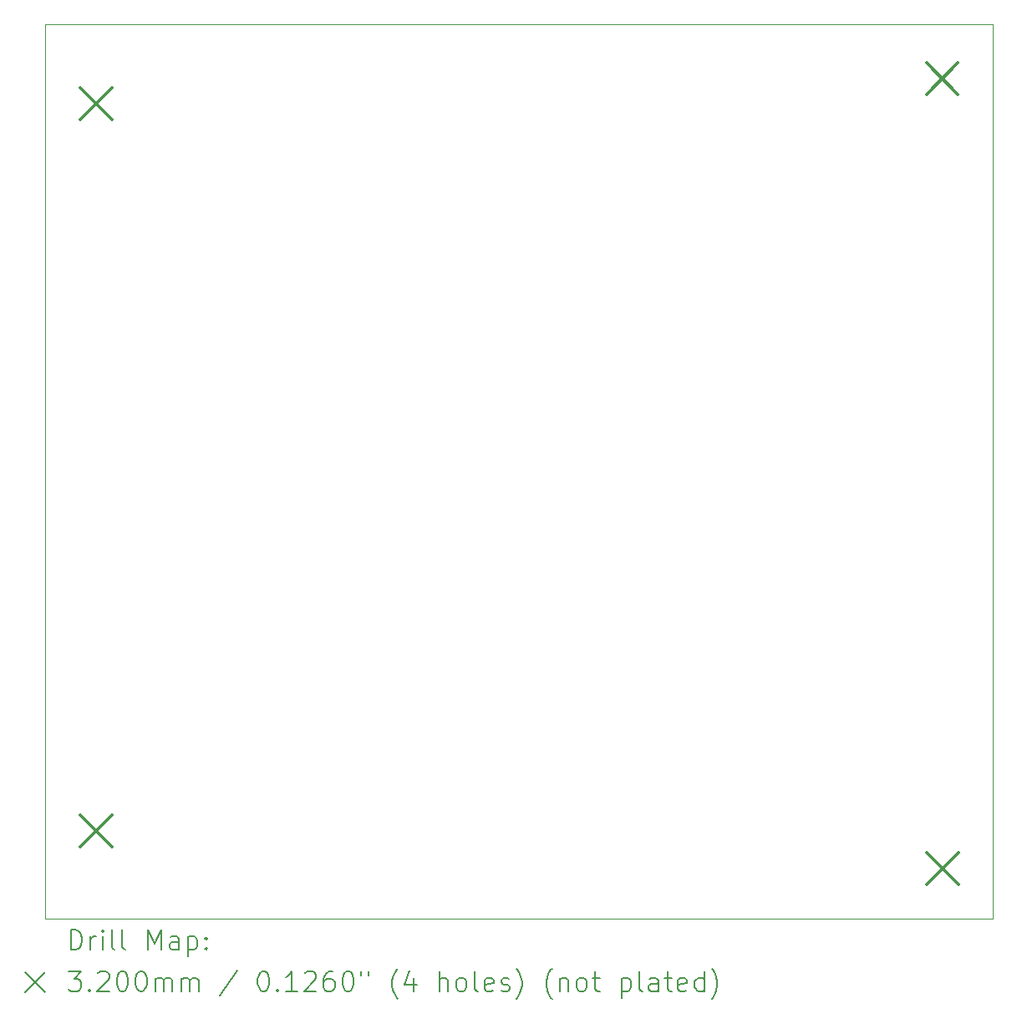
<source format=gbr>
%TF.GenerationSoftware,KiCad,Pcbnew,8.0.3*%
%TF.CreationDate,2024-06-12T06:30:55+01:00*%
%TF.ProjectId,VISIR_Lei_Ohm,56495349-525f-44c6-9569-5f4f686d2e6b,rev?*%
%TF.SameCoordinates,Original*%
%TF.FileFunction,Drillmap*%
%TF.FilePolarity,Positive*%
%FSLAX45Y45*%
G04 Gerber Fmt 4.5, Leading zero omitted, Abs format (unit mm)*
G04 Created by KiCad (PCBNEW 8.0.3) date 2024-06-12 06:30:55*
%MOMM*%
%LPD*%
G01*
G04 APERTURE LIST*
%ADD10C,0.050000*%
%ADD11C,0.200000*%
%ADD12C,0.320000*%
G04 APERTURE END LIST*
D10*
X12061000Y-3025000D02*
X21659000Y-3025000D01*
X21659000Y-12080000D01*
X12061000Y-12080000D01*
X12061000Y-3025000D01*
D11*
D12*
X12415000Y-3663000D02*
X12735000Y-3983000D01*
X12735000Y-3663000D02*
X12415000Y-3983000D01*
X12419000Y-11031000D02*
X12739000Y-11351000D01*
X12739000Y-11031000D02*
X12419000Y-11351000D01*
X20989000Y-3410000D02*
X21309000Y-3730000D01*
X21309000Y-3410000D02*
X20989000Y-3730000D01*
X20993000Y-11411000D02*
X21313000Y-11731000D01*
X21313000Y-11411000D02*
X20993000Y-11731000D01*
D11*
X12319277Y-12393984D02*
X12319277Y-12193984D01*
X12319277Y-12193984D02*
X12366896Y-12193984D01*
X12366896Y-12193984D02*
X12395467Y-12203508D01*
X12395467Y-12203508D02*
X12414515Y-12222555D01*
X12414515Y-12222555D02*
X12424039Y-12241603D01*
X12424039Y-12241603D02*
X12433562Y-12279698D01*
X12433562Y-12279698D02*
X12433562Y-12308269D01*
X12433562Y-12308269D02*
X12424039Y-12346365D01*
X12424039Y-12346365D02*
X12414515Y-12365412D01*
X12414515Y-12365412D02*
X12395467Y-12384460D01*
X12395467Y-12384460D02*
X12366896Y-12393984D01*
X12366896Y-12393984D02*
X12319277Y-12393984D01*
X12519277Y-12393984D02*
X12519277Y-12260650D01*
X12519277Y-12298746D02*
X12528801Y-12279698D01*
X12528801Y-12279698D02*
X12538324Y-12270174D01*
X12538324Y-12270174D02*
X12557372Y-12260650D01*
X12557372Y-12260650D02*
X12576420Y-12260650D01*
X12643086Y-12393984D02*
X12643086Y-12260650D01*
X12643086Y-12193984D02*
X12633562Y-12203508D01*
X12633562Y-12203508D02*
X12643086Y-12213031D01*
X12643086Y-12213031D02*
X12652610Y-12203508D01*
X12652610Y-12203508D02*
X12643086Y-12193984D01*
X12643086Y-12193984D02*
X12643086Y-12213031D01*
X12766896Y-12393984D02*
X12747848Y-12384460D01*
X12747848Y-12384460D02*
X12738324Y-12365412D01*
X12738324Y-12365412D02*
X12738324Y-12193984D01*
X12871658Y-12393984D02*
X12852610Y-12384460D01*
X12852610Y-12384460D02*
X12843086Y-12365412D01*
X12843086Y-12365412D02*
X12843086Y-12193984D01*
X13100229Y-12393984D02*
X13100229Y-12193984D01*
X13100229Y-12193984D02*
X13166896Y-12336841D01*
X13166896Y-12336841D02*
X13233562Y-12193984D01*
X13233562Y-12193984D02*
X13233562Y-12393984D01*
X13414515Y-12393984D02*
X13414515Y-12289222D01*
X13414515Y-12289222D02*
X13404991Y-12270174D01*
X13404991Y-12270174D02*
X13385943Y-12260650D01*
X13385943Y-12260650D02*
X13347848Y-12260650D01*
X13347848Y-12260650D02*
X13328801Y-12270174D01*
X13414515Y-12384460D02*
X13395467Y-12393984D01*
X13395467Y-12393984D02*
X13347848Y-12393984D01*
X13347848Y-12393984D02*
X13328801Y-12384460D01*
X13328801Y-12384460D02*
X13319277Y-12365412D01*
X13319277Y-12365412D02*
X13319277Y-12346365D01*
X13319277Y-12346365D02*
X13328801Y-12327317D01*
X13328801Y-12327317D02*
X13347848Y-12317793D01*
X13347848Y-12317793D02*
X13395467Y-12317793D01*
X13395467Y-12317793D02*
X13414515Y-12308269D01*
X13509753Y-12260650D02*
X13509753Y-12460650D01*
X13509753Y-12270174D02*
X13528801Y-12260650D01*
X13528801Y-12260650D02*
X13566896Y-12260650D01*
X13566896Y-12260650D02*
X13585943Y-12270174D01*
X13585943Y-12270174D02*
X13595467Y-12279698D01*
X13595467Y-12279698D02*
X13604991Y-12298746D01*
X13604991Y-12298746D02*
X13604991Y-12355888D01*
X13604991Y-12355888D02*
X13595467Y-12374936D01*
X13595467Y-12374936D02*
X13585943Y-12384460D01*
X13585943Y-12384460D02*
X13566896Y-12393984D01*
X13566896Y-12393984D02*
X13528801Y-12393984D01*
X13528801Y-12393984D02*
X13509753Y-12384460D01*
X13690705Y-12374936D02*
X13700229Y-12384460D01*
X13700229Y-12384460D02*
X13690705Y-12393984D01*
X13690705Y-12393984D02*
X13681182Y-12384460D01*
X13681182Y-12384460D02*
X13690705Y-12374936D01*
X13690705Y-12374936D02*
X13690705Y-12393984D01*
X13690705Y-12270174D02*
X13700229Y-12279698D01*
X13700229Y-12279698D02*
X13690705Y-12289222D01*
X13690705Y-12289222D02*
X13681182Y-12279698D01*
X13681182Y-12279698D02*
X13690705Y-12270174D01*
X13690705Y-12270174D02*
X13690705Y-12289222D01*
X11858500Y-12622500D02*
X12058500Y-12822500D01*
X12058500Y-12622500D02*
X11858500Y-12822500D01*
X12300229Y-12613984D02*
X12424039Y-12613984D01*
X12424039Y-12613984D02*
X12357372Y-12690174D01*
X12357372Y-12690174D02*
X12385943Y-12690174D01*
X12385943Y-12690174D02*
X12404991Y-12699698D01*
X12404991Y-12699698D02*
X12414515Y-12709222D01*
X12414515Y-12709222D02*
X12424039Y-12728269D01*
X12424039Y-12728269D02*
X12424039Y-12775888D01*
X12424039Y-12775888D02*
X12414515Y-12794936D01*
X12414515Y-12794936D02*
X12404991Y-12804460D01*
X12404991Y-12804460D02*
X12385943Y-12813984D01*
X12385943Y-12813984D02*
X12328801Y-12813984D01*
X12328801Y-12813984D02*
X12309753Y-12804460D01*
X12309753Y-12804460D02*
X12300229Y-12794936D01*
X12509753Y-12794936D02*
X12519277Y-12804460D01*
X12519277Y-12804460D02*
X12509753Y-12813984D01*
X12509753Y-12813984D02*
X12500229Y-12804460D01*
X12500229Y-12804460D02*
X12509753Y-12794936D01*
X12509753Y-12794936D02*
X12509753Y-12813984D01*
X12595467Y-12633031D02*
X12604991Y-12623508D01*
X12604991Y-12623508D02*
X12624039Y-12613984D01*
X12624039Y-12613984D02*
X12671658Y-12613984D01*
X12671658Y-12613984D02*
X12690705Y-12623508D01*
X12690705Y-12623508D02*
X12700229Y-12633031D01*
X12700229Y-12633031D02*
X12709753Y-12652079D01*
X12709753Y-12652079D02*
X12709753Y-12671127D01*
X12709753Y-12671127D02*
X12700229Y-12699698D01*
X12700229Y-12699698D02*
X12585943Y-12813984D01*
X12585943Y-12813984D02*
X12709753Y-12813984D01*
X12833562Y-12613984D02*
X12852610Y-12613984D01*
X12852610Y-12613984D02*
X12871658Y-12623508D01*
X12871658Y-12623508D02*
X12881182Y-12633031D01*
X12881182Y-12633031D02*
X12890705Y-12652079D01*
X12890705Y-12652079D02*
X12900229Y-12690174D01*
X12900229Y-12690174D02*
X12900229Y-12737793D01*
X12900229Y-12737793D02*
X12890705Y-12775888D01*
X12890705Y-12775888D02*
X12881182Y-12794936D01*
X12881182Y-12794936D02*
X12871658Y-12804460D01*
X12871658Y-12804460D02*
X12852610Y-12813984D01*
X12852610Y-12813984D02*
X12833562Y-12813984D01*
X12833562Y-12813984D02*
X12814515Y-12804460D01*
X12814515Y-12804460D02*
X12804991Y-12794936D01*
X12804991Y-12794936D02*
X12795467Y-12775888D01*
X12795467Y-12775888D02*
X12785943Y-12737793D01*
X12785943Y-12737793D02*
X12785943Y-12690174D01*
X12785943Y-12690174D02*
X12795467Y-12652079D01*
X12795467Y-12652079D02*
X12804991Y-12633031D01*
X12804991Y-12633031D02*
X12814515Y-12623508D01*
X12814515Y-12623508D02*
X12833562Y-12613984D01*
X13024039Y-12613984D02*
X13043086Y-12613984D01*
X13043086Y-12613984D02*
X13062134Y-12623508D01*
X13062134Y-12623508D02*
X13071658Y-12633031D01*
X13071658Y-12633031D02*
X13081182Y-12652079D01*
X13081182Y-12652079D02*
X13090705Y-12690174D01*
X13090705Y-12690174D02*
X13090705Y-12737793D01*
X13090705Y-12737793D02*
X13081182Y-12775888D01*
X13081182Y-12775888D02*
X13071658Y-12794936D01*
X13071658Y-12794936D02*
X13062134Y-12804460D01*
X13062134Y-12804460D02*
X13043086Y-12813984D01*
X13043086Y-12813984D02*
X13024039Y-12813984D01*
X13024039Y-12813984D02*
X13004991Y-12804460D01*
X13004991Y-12804460D02*
X12995467Y-12794936D01*
X12995467Y-12794936D02*
X12985943Y-12775888D01*
X12985943Y-12775888D02*
X12976420Y-12737793D01*
X12976420Y-12737793D02*
X12976420Y-12690174D01*
X12976420Y-12690174D02*
X12985943Y-12652079D01*
X12985943Y-12652079D02*
X12995467Y-12633031D01*
X12995467Y-12633031D02*
X13004991Y-12623508D01*
X13004991Y-12623508D02*
X13024039Y-12613984D01*
X13176420Y-12813984D02*
X13176420Y-12680650D01*
X13176420Y-12699698D02*
X13185943Y-12690174D01*
X13185943Y-12690174D02*
X13204991Y-12680650D01*
X13204991Y-12680650D02*
X13233563Y-12680650D01*
X13233563Y-12680650D02*
X13252610Y-12690174D01*
X13252610Y-12690174D02*
X13262134Y-12709222D01*
X13262134Y-12709222D02*
X13262134Y-12813984D01*
X13262134Y-12709222D02*
X13271658Y-12690174D01*
X13271658Y-12690174D02*
X13290705Y-12680650D01*
X13290705Y-12680650D02*
X13319277Y-12680650D01*
X13319277Y-12680650D02*
X13338324Y-12690174D01*
X13338324Y-12690174D02*
X13347848Y-12709222D01*
X13347848Y-12709222D02*
X13347848Y-12813984D01*
X13443086Y-12813984D02*
X13443086Y-12680650D01*
X13443086Y-12699698D02*
X13452610Y-12690174D01*
X13452610Y-12690174D02*
X13471658Y-12680650D01*
X13471658Y-12680650D02*
X13500229Y-12680650D01*
X13500229Y-12680650D02*
X13519277Y-12690174D01*
X13519277Y-12690174D02*
X13528801Y-12709222D01*
X13528801Y-12709222D02*
X13528801Y-12813984D01*
X13528801Y-12709222D02*
X13538324Y-12690174D01*
X13538324Y-12690174D02*
X13557372Y-12680650D01*
X13557372Y-12680650D02*
X13585943Y-12680650D01*
X13585943Y-12680650D02*
X13604991Y-12690174D01*
X13604991Y-12690174D02*
X13614515Y-12709222D01*
X13614515Y-12709222D02*
X13614515Y-12813984D01*
X14004991Y-12604460D02*
X13833563Y-12861603D01*
X14262134Y-12613984D02*
X14281182Y-12613984D01*
X14281182Y-12613984D02*
X14300229Y-12623508D01*
X14300229Y-12623508D02*
X14309753Y-12633031D01*
X14309753Y-12633031D02*
X14319277Y-12652079D01*
X14319277Y-12652079D02*
X14328801Y-12690174D01*
X14328801Y-12690174D02*
X14328801Y-12737793D01*
X14328801Y-12737793D02*
X14319277Y-12775888D01*
X14319277Y-12775888D02*
X14309753Y-12794936D01*
X14309753Y-12794936D02*
X14300229Y-12804460D01*
X14300229Y-12804460D02*
X14281182Y-12813984D01*
X14281182Y-12813984D02*
X14262134Y-12813984D01*
X14262134Y-12813984D02*
X14243086Y-12804460D01*
X14243086Y-12804460D02*
X14233563Y-12794936D01*
X14233563Y-12794936D02*
X14224039Y-12775888D01*
X14224039Y-12775888D02*
X14214515Y-12737793D01*
X14214515Y-12737793D02*
X14214515Y-12690174D01*
X14214515Y-12690174D02*
X14224039Y-12652079D01*
X14224039Y-12652079D02*
X14233563Y-12633031D01*
X14233563Y-12633031D02*
X14243086Y-12623508D01*
X14243086Y-12623508D02*
X14262134Y-12613984D01*
X14414515Y-12794936D02*
X14424039Y-12804460D01*
X14424039Y-12804460D02*
X14414515Y-12813984D01*
X14414515Y-12813984D02*
X14404991Y-12804460D01*
X14404991Y-12804460D02*
X14414515Y-12794936D01*
X14414515Y-12794936D02*
X14414515Y-12813984D01*
X14614515Y-12813984D02*
X14500229Y-12813984D01*
X14557372Y-12813984D02*
X14557372Y-12613984D01*
X14557372Y-12613984D02*
X14538325Y-12642555D01*
X14538325Y-12642555D02*
X14519277Y-12661603D01*
X14519277Y-12661603D02*
X14500229Y-12671127D01*
X14690706Y-12633031D02*
X14700229Y-12623508D01*
X14700229Y-12623508D02*
X14719277Y-12613984D01*
X14719277Y-12613984D02*
X14766896Y-12613984D01*
X14766896Y-12613984D02*
X14785944Y-12623508D01*
X14785944Y-12623508D02*
X14795467Y-12633031D01*
X14795467Y-12633031D02*
X14804991Y-12652079D01*
X14804991Y-12652079D02*
X14804991Y-12671127D01*
X14804991Y-12671127D02*
X14795467Y-12699698D01*
X14795467Y-12699698D02*
X14681182Y-12813984D01*
X14681182Y-12813984D02*
X14804991Y-12813984D01*
X14976420Y-12613984D02*
X14938325Y-12613984D01*
X14938325Y-12613984D02*
X14919277Y-12623508D01*
X14919277Y-12623508D02*
X14909753Y-12633031D01*
X14909753Y-12633031D02*
X14890706Y-12661603D01*
X14890706Y-12661603D02*
X14881182Y-12699698D01*
X14881182Y-12699698D02*
X14881182Y-12775888D01*
X14881182Y-12775888D02*
X14890706Y-12794936D01*
X14890706Y-12794936D02*
X14900229Y-12804460D01*
X14900229Y-12804460D02*
X14919277Y-12813984D01*
X14919277Y-12813984D02*
X14957372Y-12813984D01*
X14957372Y-12813984D02*
X14976420Y-12804460D01*
X14976420Y-12804460D02*
X14985944Y-12794936D01*
X14985944Y-12794936D02*
X14995467Y-12775888D01*
X14995467Y-12775888D02*
X14995467Y-12728269D01*
X14995467Y-12728269D02*
X14985944Y-12709222D01*
X14985944Y-12709222D02*
X14976420Y-12699698D01*
X14976420Y-12699698D02*
X14957372Y-12690174D01*
X14957372Y-12690174D02*
X14919277Y-12690174D01*
X14919277Y-12690174D02*
X14900229Y-12699698D01*
X14900229Y-12699698D02*
X14890706Y-12709222D01*
X14890706Y-12709222D02*
X14881182Y-12728269D01*
X15119277Y-12613984D02*
X15138325Y-12613984D01*
X15138325Y-12613984D02*
X15157372Y-12623508D01*
X15157372Y-12623508D02*
X15166896Y-12633031D01*
X15166896Y-12633031D02*
X15176420Y-12652079D01*
X15176420Y-12652079D02*
X15185944Y-12690174D01*
X15185944Y-12690174D02*
X15185944Y-12737793D01*
X15185944Y-12737793D02*
X15176420Y-12775888D01*
X15176420Y-12775888D02*
X15166896Y-12794936D01*
X15166896Y-12794936D02*
X15157372Y-12804460D01*
X15157372Y-12804460D02*
X15138325Y-12813984D01*
X15138325Y-12813984D02*
X15119277Y-12813984D01*
X15119277Y-12813984D02*
X15100229Y-12804460D01*
X15100229Y-12804460D02*
X15090706Y-12794936D01*
X15090706Y-12794936D02*
X15081182Y-12775888D01*
X15081182Y-12775888D02*
X15071658Y-12737793D01*
X15071658Y-12737793D02*
X15071658Y-12690174D01*
X15071658Y-12690174D02*
X15081182Y-12652079D01*
X15081182Y-12652079D02*
X15090706Y-12633031D01*
X15090706Y-12633031D02*
X15100229Y-12623508D01*
X15100229Y-12623508D02*
X15119277Y-12613984D01*
X15262134Y-12613984D02*
X15262134Y-12652079D01*
X15338325Y-12613984D02*
X15338325Y-12652079D01*
X15633563Y-12890174D02*
X15624039Y-12880650D01*
X15624039Y-12880650D02*
X15604991Y-12852079D01*
X15604991Y-12852079D02*
X15595468Y-12833031D01*
X15595468Y-12833031D02*
X15585944Y-12804460D01*
X15585944Y-12804460D02*
X15576420Y-12756841D01*
X15576420Y-12756841D02*
X15576420Y-12718746D01*
X15576420Y-12718746D02*
X15585944Y-12671127D01*
X15585944Y-12671127D02*
X15595468Y-12642555D01*
X15595468Y-12642555D02*
X15604991Y-12623508D01*
X15604991Y-12623508D02*
X15624039Y-12594936D01*
X15624039Y-12594936D02*
X15633563Y-12585412D01*
X15795468Y-12680650D02*
X15795468Y-12813984D01*
X15747848Y-12604460D02*
X15700229Y-12747317D01*
X15700229Y-12747317D02*
X15824039Y-12747317D01*
X16052610Y-12813984D02*
X16052610Y-12613984D01*
X16138325Y-12813984D02*
X16138325Y-12709222D01*
X16138325Y-12709222D02*
X16128801Y-12690174D01*
X16128801Y-12690174D02*
X16109753Y-12680650D01*
X16109753Y-12680650D02*
X16081182Y-12680650D01*
X16081182Y-12680650D02*
X16062134Y-12690174D01*
X16062134Y-12690174D02*
X16052610Y-12699698D01*
X16262134Y-12813984D02*
X16243087Y-12804460D01*
X16243087Y-12804460D02*
X16233563Y-12794936D01*
X16233563Y-12794936D02*
X16224039Y-12775888D01*
X16224039Y-12775888D02*
X16224039Y-12718746D01*
X16224039Y-12718746D02*
X16233563Y-12699698D01*
X16233563Y-12699698D02*
X16243087Y-12690174D01*
X16243087Y-12690174D02*
X16262134Y-12680650D01*
X16262134Y-12680650D02*
X16290706Y-12680650D01*
X16290706Y-12680650D02*
X16309753Y-12690174D01*
X16309753Y-12690174D02*
X16319277Y-12699698D01*
X16319277Y-12699698D02*
X16328801Y-12718746D01*
X16328801Y-12718746D02*
X16328801Y-12775888D01*
X16328801Y-12775888D02*
X16319277Y-12794936D01*
X16319277Y-12794936D02*
X16309753Y-12804460D01*
X16309753Y-12804460D02*
X16290706Y-12813984D01*
X16290706Y-12813984D02*
X16262134Y-12813984D01*
X16443087Y-12813984D02*
X16424039Y-12804460D01*
X16424039Y-12804460D02*
X16414515Y-12785412D01*
X16414515Y-12785412D02*
X16414515Y-12613984D01*
X16595468Y-12804460D02*
X16576420Y-12813984D01*
X16576420Y-12813984D02*
X16538325Y-12813984D01*
X16538325Y-12813984D02*
X16519277Y-12804460D01*
X16519277Y-12804460D02*
X16509753Y-12785412D01*
X16509753Y-12785412D02*
X16509753Y-12709222D01*
X16509753Y-12709222D02*
X16519277Y-12690174D01*
X16519277Y-12690174D02*
X16538325Y-12680650D01*
X16538325Y-12680650D02*
X16576420Y-12680650D01*
X16576420Y-12680650D02*
X16595468Y-12690174D01*
X16595468Y-12690174D02*
X16604991Y-12709222D01*
X16604991Y-12709222D02*
X16604991Y-12728269D01*
X16604991Y-12728269D02*
X16509753Y-12747317D01*
X16681182Y-12804460D02*
X16700230Y-12813984D01*
X16700230Y-12813984D02*
X16738325Y-12813984D01*
X16738325Y-12813984D02*
X16757372Y-12804460D01*
X16757372Y-12804460D02*
X16766896Y-12785412D01*
X16766896Y-12785412D02*
X16766896Y-12775888D01*
X16766896Y-12775888D02*
X16757372Y-12756841D01*
X16757372Y-12756841D02*
X16738325Y-12747317D01*
X16738325Y-12747317D02*
X16709753Y-12747317D01*
X16709753Y-12747317D02*
X16690706Y-12737793D01*
X16690706Y-12737793D02*
X16681182Y-12718746D01*
X16681182Y-12718746D02*
X16681182Y-12709222D01*
X16681182Y-12709222D02*
X16690706Y-12690174D01*
X16690706Y-12690174D02*
X16709753Y-12680650D01*
X16709753Y-12680650D02*
X16738325Y-12680650D01*
X16738325Y-12680650D02*
X16757372Y-12690174D01*
X16833563Y-12890174D02*
X16843087Y-12880650D01*
X16843087Y-12880650D02*
X16862134Y-12852079D01*
X16862134Y-12852079D02*
X16871658Y-12833031D01*
X16871658Y-12833031D02*
X16881182Y-12804460D01*
X16881182Y-12804460D02*
X16890706Y-12756841D01*
X16890706Y-12756841D02*
X16890706Y-12718746D01*
X16890706Y-12718746D02*
X16881182Y-12671127D01*
X16881182Y-12671127D02*
X16871658Y-12642555D01*
X16871658Y-12642555D02*
X16862134Y-12623508D01*
X16862134Y-12623508D02*
X16843087Y-12594936D01*
X16843087Y-12594936D02*
X16833563Y-12585412D01*
X17195468Y-12890174D02*
X17185944Y-12880650D01*
X17185944Y-12880650D02*
X17166896Y-12852079D01*
X17166896Y-12852079D02*
X17157373Y-12833031D01*
X17157373Y-12833031D02*
X17147849Y-12804460D01*
X17147849Y-12804460D02*
X17138325Y-12756841D01*
X17138325Y-12756841D02*
X17138325Y-12718746D01*
X17138325Y-12718746D02*
X17147849Y-12671127D01*
X17147849Y-12671127D02*
X17157373Y-12642555D01*
X17157373Y-12642555D02*
X17166896Y-12623508D01*
X17166896Y-12623508D02*
X17185944Y-12594936D01*
X17185944Y-12594936D02*
X17195468Y-12585412D01*
X17271658Y-12680650D02*
X17271658Y-12813984D01*
X17271658Y-12699698D02*
X17281182Y-12690174D01*
X17281182Y-12690174D02*
X17300230Y-12680650D01*
X17300230Y-12680650D02*
X17328801Y-12680650D01*
X17328801Y-12680650D02*
X17347849Y-12690174D01*
X17347849Y-12690174D02*
X17357373Y-12709222D01*
X17357373Y-12709222D02*
X17357373Y-12813984D01*
X17481182Y-12813984D02*
X17462134Y-12804460D01*
X17462134Y-12804460D02*
X17452611Y-12794936D01*
X17452611Y-12794936D02*
X17443087Y-12775888D01*
X17443087Y-12775888D02*
X17443087Y-12718746D01*
X17443087Y-12718746D02*
X17452611Y-12699698D01*
X17452611Y-12699698D02*
X17462134Y-12690174D01*
X17462134Y-12690174D02*
X17481182Y-12680650D01*
X17481182Y-12680650D02*
X17509754Y-12680650D01*
X17509754Y-12680650D02*
X17528801Y-12690174D01*
X17528801Y-12690174D02*
X17538325Y-12699698D01*
X17538325Y-12699698D02*
X17547849Y-12718746D01*
X17547849Y-12718746D02*
X17547849Y-12775888D01*
X17547849Y-12775888D02*
X17538325Y-12794936D01*
X17538325Y-12794936D02*
X17528801Y-12804460D01*
X17528801Y-12804460D02*
X17509754Y-12813984D01*
X17509754Y-12813984D02*
X17481182Y-12813984D01*
X17604992Y-12680650D02*
X17681182Y-12680650D01*
X17633563Y-12613984D02*
X17633563Y-12785412D01*
X17633563Y-12785412D02*
X17643087Y-12804460D01*
X17643087Y-12804460D02*
X17662134Y-12813984D01*
X17662134Y-12813984D02*
X17681182Y-12813984D01*
X17900230Y-12680650D02*
X17900230Y-12880650D01*
X17900230Y-12690174D02*
X17919277Y-12680650D01*
X17919277Y-12680650D02*
X17957373Y-12680650D01*
X17957373Y-12680650D02*
X17976420Y-12690174D01*
X17976420Y-12690174D02*
X17985944Y-12699698D01*
X17985944Y-12699698D02*
X17995468Y-12718746D01*
X17995468Y-12718746D02*
X17995468Y-12775888D01*
X17995468Y-12775888D02*
X17985944Y-12794936D01*
X17985944Y-12794936D02*
X17976420Y-12804460D01*
X17976420Y-12804460D02*
X17957373Y-12813984D01*
X17957373Y-12813984D02*
X17919277Y-12813984D01*
X17919277Y-12813984D02*
X17900230Y-12804460D01*
X18109754Y-12813984D02*
X18090706Y-12804460D01*
X18090706Y-12804460D02*
X18081182Y-12785412D01*
X18081182Y-12785412D02*
X18081182Y-12613984D01*
X18271658Y-12813984D02*
X18271658Y-12709222D01*
X18271658Y-12709222D02*
X18262135Y-12690174D01*
X18262135Y-12690174D02*
X18243087Y-12680650D01*
X18243087Y-12680650D02*
X18204992Y-12680650D01*
X18204992Y-12680650D02*
X18185944Y-12690174D01*
X18271658Y-12804460D02*
X18252611Y-12813984D01*
X18252611Y-12813984D02*
X18204992Y-12813984D01*
X18204992Y-12813984D02*
X18185944Y-12804460D01*
X18185944Y-12804460D02*
X18176420Y-12785412D01*
X18176420Y-12785412D02*
X18176420Y-12766365D01*
X18176420Y-12766365D02*
X18185944Y-12747317D01*
X18185944Y-12747317D02*
X18204992Y-12737793D01*
X18204992Y-12737793D02*
X18252611Y-12737793D01*
X18252611Y-12737793D02*
X18271658Y-12728269D01*
X18338325Y-12680650D02*
X18414515Y-12680650D01*
X18366896Y-12613984D02*
X18366896Y-12785412D01*
X18366896Y-12785412D02*
X18376420Y-12804460D01*
X18376420Y-12804460D02*
X18395468Y-12813984D01*
X18395468Y-12813984D02*
X18414515Y-12813984D01*
X18557373Y-12804460D02*
X18538325Y-12813984D01*
X18538325Y-12813984D02*
X18500230Y-12813984D01*
X18500230Y-12813984D02*
X18481182Y-12804460D01*
X18481182Y-12804460D02*
X18471658Y-12785412D01*
X18471658Y-12785412D02*
X18471658Y-12709222D01*
X18471658Y-12709222D02*
X18481182Y-12690174D01*
X18481182Y-12690174D02*
X18500230Y-12680650D01*
X18500230Y-12680650D02*
X18538325Y-12680650D01*
X18538325Y-12680650D02*
X18557373Y-12690174D01*
X18557373Y-12690174D02*
X18566896Y-12709222D01*
X18566896Y-12709222D02*
X18566896Y-12728269D01*
X18566896Y-12728269D02*
X18471658Y-12747317D01*
X18738325Y-12813984D02*
X18738325Y-12613984D01*
X18738325Y-12804460D02*
X18719277Y-12813984D01*
X18719277Y-12813984D02*
X18681182Y-12813984D01*
X18681182Y-12813984D02*
X18662135Y-12804460D01*
X18662135Y-12804460D02*
X18652611Y-12794936D01*
X18652611Y-12794936D02*
X18643087Y-12775888D01*
X18643087Y-12775888D02*
X18643087Y-12718746D01*
X18643087Y-12718746D02*
X18652611Y-12699698D01*
X18652611Y-12699698D02*
X18662135Y-12690174D01*
X18662135Y-12690174D02*
X18681182Y-12680650D01*
X18681182Y-12680650D02*
X18719277Y-12680650D01*
X18719277Y-12680650D02*
X18738325Y-12690174D01*
X18814516Y-12890174D02*
X18824039Y-12880650D01*
X18824039Y-12880650D02*
X18843087Y-12852079D01*
X18843087Y-12852079D02*
X18852611Y-12833031D01*
X18852611Y-12833031D02*
X18862135Y-12804460D01*
X18862135Y-12804460D02*
X18871658Y-12756841D01*
X18871658Y-12756841D02*
X18871658Y-12718746D01*
X18871658Y-12718746D02*
X18862135Y-12671127D01*
X18862135Y-12671127D02*
X18852611Y-12642555D01*
X18852611Y-12642555D02*
X18843087Y-12623508D01*
X18843087Y-12623508D02*
X18824039Y-12594936D01*
X18824039Y-12594936D02*
X18814516Y-12585412D01*
M02*

</source>
